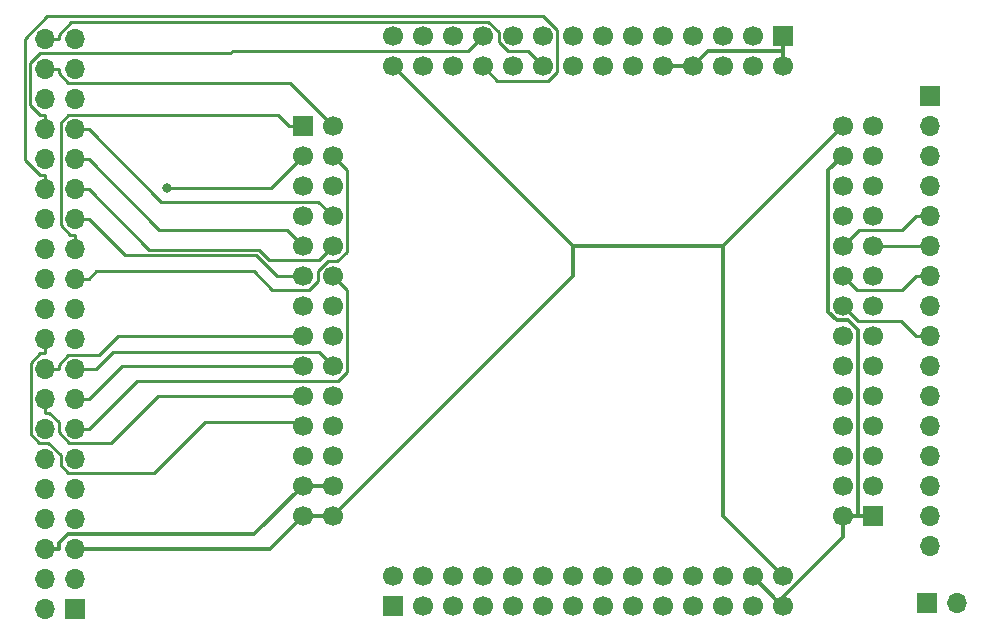
<source format=gbr>
%TF.GenerationSoftware,KiCad,Pcbnew,6.0.2+dfsg-1*%
%TF.CreationDate,2022-05-29T19:40:51-04:00*%
%TF.ProjectId,kim-ep2c5,6b696d2d-6570-4326-9335-2e6b69636164,rev?*%
%TF.SameCoordinates,Original*%
%TF.FileFunction,Copper,L1,Top*%
%TF.FilePolarity,Positive*%
%FSLAX46Y46*%
G04 Gerber Fmt 4.6, Leading zero omitted, Abs format (unit mm)*
G04 Created by KiCad (PCBNEW 6.0.2+dfsg-1) date 2022-05-29 19:40:51*
%MOMM*%
%LPD*%
G01*
G04 APERTURE LIST*
%TA.AperFunction,ComponentPad*%
%ADD10R,1.700000X1.700000*%
%TD*%
%TA.AperFunction,ComponentPad*%
%ADD11C,1.700000*%
%TD*%
%TA.AperFunction,ComponentPad*%
%ADD12O,1.700000X1.700000*%
%TD*%
%TA.AperFunction,ViaPad*%
%ADD13C,0.800000*%
%TD*%
%TA.AperFunction,Conductor*%
%ADD14C,0.350000*%
%TD*%
%TA.AperFunction,Conductor*%
%ADD15C,0.250000*%
%TD*%
G04 APERTURE END LIST*
D10*
%TO.P,U101,101,GND*%
%TO.N,GND*%
X121412000Y-119634000D03*
D11*
%TO.P,U101,102,GND*%
X121412000Y-117094000D03*
%TO.P,U101,103,73*%
%TO.N,unconnected-(U101-Pad103)*%
X123952000Y-119634000D03*
%TO.P,U101,104,74*%
%TO.N,unconnected-(U101-Pad104)*%
X123952000Y-117094000D03*
%TO.P,U101,105,75*%
%TO.N,unconnected-(U101-Pad105)*%
X126492000Y-119634000D03*
%TO.P,U101,106,76*%
%TO.N,unconnected-(U101-Pad106)*%
X126492000Y-117094000D03*
%TO.P,U101,107,79*%
%TO.N,unconnected-(U101-Pad107)*%
X129032000Y-119634000D03*
%TO.P,U101,108,80*%
%TO.N,unconnected-(U101-Pad108)*%
X129032000Y-117094000D03*
%TO.P,U101,109,81*%
%TO.N,unconnected-(U101-Pad109)*%
X131572000Y-119634000D03*
%TO.P,U101,110,86*%
%TO.N,unconnected-(U101-Pad110)*%
X131572000Y-117094000D03*
%TO.P,U101,111,87*%
%TO.N,unconnected-(U101-Pad111)*%
X134112000Y-119634000D03*
%TO.P,U101,112,88*%
%TO.N,unconnected-(U101-Pad112)*%
X134112000Y-117094000D03*
%TO.P,U101,113,89*%
%TO.N,unconnected-(U101-Pad113)*%
X136652000Y-119634000D03*
%TO.P,U101,114,90*%
%TO.N,unconnected-(U101-Pad114)*%
X136652000Y-117094000D03*
%TO.P,U101,115,91*%
%TO.N,unconnected-(U101-Pad115)*%
X139192000Y-119634000D03*
%TO.P,U101,116,92*%
%TO.N,unconnected-(U101-Pad116)*%
X139192000Y-117094000D03*
%TO.P,U101,117,93*%
%TO.N,unconnected-(U101-Pad117)*%
X141732000Y-119634000D03*
%TO.P,U101,118,94*%
%TO.N,unconnected-(U101-Pad118)*%
X141732000Y-117094000D03*
%TO.P,U101,119,96*%
%TO.N,unconnected-(U101-Pad119)*%
X144272000Y-119634000D03*
%TO.P,U101,120,97*%
%TO.N,unconnected-(U101-Pad120)*%
X144272000Y-117094000D03*
%TO.P,U101,121,99*%
%TO.N,KB_ROW_3*%
X146812000Y-119634000D03*
%TO.P,U101,122,100*%
%TO.N,unconnected-(U101-Pad122)*%
X146812000Y-117094000D03*
%TO.P,U101,123,101*%
%TO.N,unconnected-(U101-Pad123)*%
X149352000Y-119634000D03*
%TO.P,U101,124,103*%
%TO.N,unconnected-(U101-Pad124)*%
X149352000Y-117094000D03*
%TO.P,U101,125,104*%
%TO.N,unconnected-(U101-Pad125)*%
X151892000Y-119634000D03*
%TO.P,U101,126,GND*%
%TO.N,GND*%
X151892000Y-117094000D03*
%TO.P,U101,127,GND*%
X154432000Y-119634000D03*
%TO.P,U101,128,VCC*%
%TO.N,3V3*%
X154432000Y-117094000D03*
D10*
%TO.P,U101,201,GND*%
%TO.N,GND*%
X162052000Y-112014000D03*
D11*
%TO.P,U101,202,GND*%
X159512000Y-112014000D03*
%TO.P,U101,203,112*%
%TO.N,unconnected-(U101-Pad203)*%
X162052000Y-109474000D03*
%TO.P,U101,204,113*%
%TO.N,ENABLE_TTY*%
X159512000Y-109474000D03*
%TO.P,U101,205,114*%
%TO.N,unconnected-(U101-Pad205)*%
X162052000Y-106934000D03*
%TO.P,U101,206,115*%
%TO.N,unconnected-(U101-Pad206)*%
X159512000Y-106934000D03*
%TO.P,U101,207,118*%
%TO.N,unconnected-(U101-Pad207)*%
X162052000Y-104394000D03*
%TO.P,U101,208,119*%
%TO.N,unconnected-(U101-Pad208)*%
X159512000Y-104394000D03*
%TO.P,U101,209,120*%
%TO.N,PA_0*%
X162052000Y-101854000D03*
%TO.P,U101,210,121*%
%TO.N,PA_1*%
X159512000Y-101854000D03*
%TO.P,U101,211,122*%
%TO.N,PA_2*%
X162052000Y-99314000D03*
%TO.P,U101,212,125*%
%TO.N,PA_3*%
X159512000Y-99314000D03*
%TO.P,U101,213,126*%
%TO.N,PA_4*%
X162052000Y-96774000D03*
%TO.P,U101,214,129*%
%TO.N,PA_5*%
X159512000Y-96774000D03*
%TO.P,U101,215,132*%
%TO.N,PA_6*%
X162052000Y-94234000D03*
%TO.P,U101,216,133*%
%TO.N,PA_7*%
X159512000Y-94234000D03*
%TO.P,U101,217,134*%
%TO.N,PB_0*%
X162052000Y-91694000D03*
%TO.P,U101,218,135*%
%TO.N,PB_1*%
X159512000Y-91694000D03*
%TO.P,U101,219,136*%
%TO.N,PB_2*%
X162052000Y-89154000D03*
%TO.P,U101,220,137*%
%TO.N,PB_3*%
X159512000Y-89154000D03*
%TO.P,U101,221,139*%
%TO.N,PB_4*%
X162052000Y-86614000D03*
%TO.P,U101,222,141*%
%TO.N,PB_5*%
X159512000Y-86614000D03*
%TO.P,U101,223,142*%
%TO.N,PB_6*%
X162052000Y-84074000D03*
%TO.P,U101,224,143*%
%TO.N,PB_7*%
X159512000Y-84074000D03*
%TO.P,U101,225,???*%
%TO.N,unconnected-(U101-Pad225)*%
X162052000Y-81534000D03*
%TO.P,U101,226,GND*%
%TO.N,GND*%
X159512000Y-81534000D03*
%TO.P,U101,227,GND*%
X162052000Y-78994000D03*
%TO.P,U101,228,VCC*%
%TO.N,3V3*%
X159512000Y-78994000D03*
D10*
%TO.P,U101,301,GND*%
%TO.N,GND*%
X154432000Y-71374000D03*
D11*
%TO.P,U101,302,GND*%
X154432000Y-73914000D03*
%TO.P,U101,303,3*%
%TO.N,unconnected-(U101-Pad303)*%
X151892000Y-71374000D03*
%TO.P,U101,304,4*%
%TO.N,unconnected-(U101-Pad304)*%
X151892000Y-73914000D03*
%TO.P,U101,305,7*%
%TO.N,unconnected-(U101-Pad305)*%
X149352000Y-71374000D03*
%TO.P,U101,306,8*%
%TO.N,unconnected-(U101-Pad306)*%
X149352000Y-73914000D03*
%TO.P,U101,307,9*%
%TO.N,unconnected-(U101-Pad307)*%
X146812000Y-71374000D03*
%TO.P,U101,308,GND*%
%TO.N,GND*%
X146812000Y-73914000D03*
%TO.P,U101,309,GND*%
X144272000Y-71374000D03*
%TO.P,U101,310,GND*%
X144272000Y-73914000D03*
%TO.P,U101,311,17*%
%TO.N,unconnected-(U101-Pad311)*%
X141732000Y-71374000D03*
%TO.P,U101,312,18*%
%TO.N,unconnected-(U101-Pad312)*%
X141732000Y-73914000D03*
%TO.P,U101,313,22*%
%TO.N,unconnected-(U101-Pad313)*%
X139192000Y-71374000D03*
%TO.P,U101,314,21*%
%TO.N,unconnected-(U101-Pad314)*%
X139192000Y-73914000D03*
%TO.P,U101,315,25*%
%TO.N,LED_SEG_2*%
X136652000Y-71374000D03*
%TO.P,U101,316,24*%
%TO.N,unconnected-(U101-Pad316)*%
X136652000Y-73914000D03*
%TO.P,U101,317,27*%
%TO.N,unconnected-(U101-Pad317)*%
X134112000Y-71374000D03*
%TO.P,U101,318,26*%
%TO.N,LED_SEG_0*%
X134112000Y-73914000D03*
%TO.P,U101,319,VCC1.2*%
%TO.N,unconnected-(U101-Pad319)*%
X131572000Y-71374000D03*
%TO.P,U101,320,VCC1.2*%
%TO.N,unconnected-(U101-Pad320)*%
X131572000Y-73914000D03*
%TO.P,U101,321,30*%
%TO.N,LED_SEG_3*%
X129032000Y-71374000D03*
%TO.P,U101,322,28*%
%TO.N,LED_SEG_5*%
X129032000Y-73914000D03*
%TO.P,U101,323,32*%
%TO.N,LED_SEG_4*%
X126492000Y-71374000D03*
%TO.P,U101,324,31*%
%TO.N,LED_SEG_6*%
X126492000Y-73914000D03*
%TO.P,U101,325,GND*%
%TO.N,GND*%
X123952000Y-71374000D03*
%TO.P,U101,326,GND*%
X123952000Y-73914000D03*
%TO.P,U101,327,VCC*%
%TO.N,3V3*%
X121412000Y-71374000D03*
%TO.P,U101,328,VCC*%
X121412000Y-73914000D03*
D10*
%TO.P,U101,401,40*%
%TO.N,KB_ROW_0*%
X113792000Y-78994000D03*
D11*
%TO.P,U101,402,41*%
%TO.N,LED_SEG_1*%
X116332000Y-78994000D03*
%TO.P,U101,403,42*%
%TO.N,KB_ROW_2*%
X113792000Y-81534000D03*
%TO.P,U101,404,43*%
%TO.N,KB_ROW_1*%
X116332000Y-81534000D03*
%TO.P,U101,405,44*%
%TO.N,KB_COL_0*%
X113792000Y-84074000D03*
%TO.P,U101,406,45*%
%TO.N,KB_COL_1*%
X116332000Y-84074000D03*
%TO.P,U101,407,47*%
%TO.N,KB_COL_2*%
X113792000Y-86614000D03*
%TO.P,U101,408,48*%
%TO.N,KB_COL_3*%
X116332000Y-86614000D03*
%TO.P,U101,409,51*%
%TO.N,KB_COL_4*%
X113792000Y-89154000D03*
%TO.P,U101,410,52*%
%TO.N,KB_COL_5*%
X116332000Y-89154000D03*
%TO.P,U101,411,53*%
%TO.N,KB_COL_6*%
X113792000Y-91694000D03*
%TO.P,U101,412,55*%
%TO.N,SST_KEY*%
X116332000Y-91694000D03*
%TO.P,U101,413,57*%
%TO.N,unconnected-(U101-Pad413)*%
X113792000Y-94234000D03*
%TO.P,U101,414,58*%
%TO.N,unconnected-(U101-Pad414)*%
X116332000Y-94234000D03*
%TO.P,U101,415,59*%
%TO.N,LED_DIG_5*%
X113792000Y-96774000D03*
%TO.P,U101,416,60*%
%TO.N,unconnected-(U101-Pad416)*%
X116332000Y-96774000D03*
%TO.P,U101,417,63*%
%TO.N,ST_KEY*%
X113792000Y-99314000D03*
%TO.P,U101,418,64*%
%TO.N,RS_KEY*%
X116332000Y-99314000D03*
%TO.P,U101,419,65*%
%TO.N,LED_DIG_4*%
X113792000Y-101854000D03*
%TO.P,U101,420,67*%
%TO.N,unconnected-(U101-Pad420)*%
X116332000Y-101854000D03*
%TO.P,U101,421,69*%
%TO.N,LED_DIG_6*%
X113792000Y-104394000D03*
%TO.P,U101,422,70*%
%TO.N,LED_DIG_7*%
X116332000Y-104394000D03*
%TO.P,U101,423,71*%
%TO.N,LED_DIG_8*%
X113792000Y-106934000D03*
%TO.P,U101,424,72*%
%TO.N,LED_DIG_9*%
X116332000Y-106934000D03*
%TO.P,U101,425,GND*%
%TO.N,GND*%
X113792000Y-109474000D03*
%TO.P,U101,426,GND*%
X116332000Y-109474000D03*
%TO.P,U101,427,VCC*%
%TO.N,3V3*%
X113792000Y-112014000D03*
%TO.P,U101,428,VCC*%
X116332000Y-112014000D03*
%TD*%
D10*
%TO.P,J101,1,Pin_1*%
%TO.N,3V3*%
X94488000Y-119888000D03*
D12*
%TO.P,J101,2,Pin_2*%
%TO.N,GND*%
X91948000Y-119888000D03*
%TO.P,J101,3,Pin_3*%
%TO.N,3V3*%
X94488000Y-117348000D03*
%TO.P,J101,4,Pin_4*%
%TO.N,GND*%
X91948000Y-117348000D03*
%TO.P,J101,5,Pin_5*%
%TO.N,3V3*%
X94488000Y-114808000D03*
%TO.P,J101,6,Pin_6*%
%TO.N,GND*%
X91948000Y-114808000D03*
%TO.P,J101,7,Pin_7*%
%TO.N,SPARE1*%
X94488000Y-112268000D03*
%TO.P,J101,8,Pin_8*%
%TO.N,SPARE5*%
X91948000Y-112268000D03*
%TO.P,J101,9,Pin_9*%
%TO.N,SPARE2*%
X94488000Y-109728000D03*
%TO.P,J101,10,Pin_10*%
%TO.N,SPARE6*%
X91948000Y-109728000D03*
%TO.P,J101,11,Pin_11*%
%TO.N,SPARE3*%
X94488000Y-107188000D03*
%TO.P,J101,12,Pin_12*%
%TO.N,SPARE7*%
X91948000Y-107188000D03*
%TO.P,J101,13,Pin_13*%
%TO.N,SST_KEY*%
X94488000Y-104648000D03*
%TO.P,J101,14,Pin_14*%
%TO.N,EXP_RAM*%
X91948000Y-104648000D03*
%TO.P,J101,15,Pin_15*%
%TO.N,ST_KEY*%
X94488000Y-102108000D03*
%TO.P,J101,16,Pin_16*%
%TO.N,LED_DIG_4*%
X91948000Y-102108000D03*
%TO.P,J101,17,Pin_17*%
%TO.N,RS_KEY*%
X94488000Y-99568000D03*
%TO.P,J101,18,Pin_18*%
%TO.N,LED_DIG_5*%
X91948000Y-99568000D03*
%TO.P,J101,19,Pin_19*%
%TO.N,ENABLE_TTY*%
X94488000Y-97028000D03*
%TO.P,J101,20,Pin_20*%
%TO.N,LED_DIG_6*%
X91948000Y-97028000D03*
%TO.P,J101,21,Pin_21*%
%TO.N,KB_ROW_2*%
X94488000Y-94488000D03*
%TO.P,J101,22,Pin_22*%
%TO.N,LED_DIG_7*%
X91948000Y-94488000D03*
%TO.P,J101,23,Pin_23*%
%TO.N,KB_ROW_1*%
X94488000Y-91948000D03*
%TO.P,J101,24,Pin_24*%
%TO.N,LED_DIG_8*%
X91948000Y-91948000D03*
%TO.P,J101,25,Pin_25*%
%TO.N,KB_ROW_0*%
X94488000Y-89408000D03*
%TO.P,J101,26,Pin_26*%
%TO.N,LED_DIG_9*%
X91948000Y-89408000D03*
%TO.P,J101,27,Pin_27*%
%TO.N,KB_COL_6*%
X94488000Y-86868000D03*
%TO.P,J101,28,Pin_28*%
%TO.N,LED_SEG_6*%
X91948000Y-86868000D03*
%TO.P,J101,29,Pin_29*%
%TO.N,KB_COL_5*%
X94488000Y-84328000D03*
%TO.P,J101,30,Pin_30*%
%TO.N,LED_SEG_5*%
X91948000Y-84328000D03*
%TO.P,J101,31,Pin_31*%
%TO.N,KB_COL_4*%
X94488000Y-81788000D03*
%TO.P,J101,32,Pin_32*%
%TO.N,LED_SEG_4*%
X91948000Y-81788000D03*
%TO.P,J101,33,Pin_33*%
%TO.N,KB_COL_3*%
X94488000Y-79248000D03*
%TO.P,J101,34,Pin_34*%
%TO.N,LED_SEG_3*%
X91948000Y-79248000D03*
%TO.P,J101,35,Pin_35*%
%TO.N,KB_COL_2*%
X94488000Y-76708000D03*
%TO.P,J101,36,Pin_36*%
%TO.N,LED_SEG_2*%
X91948000Y-76708000D03*
%TO.P,J101,37,Pin_37*%
%TO.N,KB_COL_1*%
X94488000Y-74168000D03*
%TO.P,J101,38,Pin_38*%
%TO.N,LED_SEG_1*%
X91948000Y-74168000D03*
%TO.P,J101,39,Pin_39*%
%TO.N,KB_COL_0*%
X94488000Y-71628000D03*
%TO.P,J101,40,Pin_40*%
%TO.N,LED_SEG_0*%
X91948000Y-71628000D03*
%TD*%
D10*
%TO.P,J102,1,Pin_1*%
%TO.N,PB_7*%
X166878000Y-76454000D03*
D12*
%TO.P,J102,2,Pin_2*%
%TO.N,PB_6*%
X166878000Y-78994000D03*
%TO.P,J102,3,Pin_3*%
%TO.N,PB_5*%
X166878000Y-81534000D03*
%TO.P,J102,4,Pin_4*%
%TO.N,PB_4*%
X166878000Y-84074000D03*
%TO.P,J102,5,Pin_5*%
%TO.N,PB_3*%
X166878000Y-86614000D03*
%TO.P,J102,6,Pin_6*%
%TO.N,PB_2*%
X166878000Y-89154000D03*
%TO.P,J102,7,Pin_7*%
%TO.N,PB_1*%
X166878000Y-91694000D03*
%TO.P,J102,8,Pin_8*%
%TO.N,PB_0*%
X166878000Y-94234000D03*
%TO.P,J102,9,Pin_9*%
%TO.N,PA_7*%
X166878000Y-96774000D03*
%TO.P,J102,10,Pin_10*%
%TO.N,PA_6*%
X166878000Y-99314000D03*
%TO.P,J102,11,Pin_11*%
%TO.N,PA_5*%
X166878000Y-101854000D03*
%TO.P,J102,12,Pin_12*%
%TO.N,PA_4*%
X166878000Y-104394000D03*
%TO.P,J102,13,Pin_13*%
%TO.N,PA_3*%
X166878000Y-106934000D03*
%TO.P,J102,14,Pin_14*%
%TO.N,PA_2*%
X166878000Y-109474000D03*
%TO.P,J102,15,Pin_15*%
%TO.N,PA_1*%
X166878000Y-112014000D03*
%TO.P,J102,16,Pin_16*%
%TO.N,PA_0*%
X166878000Y-114554000D03*
%TD*%
D10*
%TO.P,J103,1,Pin_1*%
%TO.N,TTYO*%
X166619000Y-119380000D03*
D12*
%TO.P,J103,2,Pin_2*%
%TO.N,TTYIN*%
X169159000Y-119380000D03*
%TD*%
D13*
%TO.N,KB_ROW_2*%
X102311500Y-84233300D03*
%TD*%
D14*
%TO.N,GND*%
X91948000Y-114808000D02*
X93173300Y-114808000D01*
X154432000Y-119634000D02*
X154072200Y-119274200D01*
X154072200Y-119274200D02*
X151892000Y-117094000D01*
X159512000Y-113834400D02*
X159512000Y-112014000D01*
X154072200Y-119274200D02*
X159512000Y-113834400D01*
X162052000Y-112014000D02*
X160826700Y-112014000D01*
X160782000Y-96261300D02*
X160782000Y-112014000D01*
X159980100Y-95459400D02*
X160782000Y-96261300D01*
X159002200Y-95459400D02*
X159980100Y-95459400D01*
X158286600Y-94743800D02*
X159002200Y-95459400D01*
X158286600Y-82759400D02*
X158286600Y-94743800D01*
X159512000Y-81534000D02*
X158286600Y-82759400D01*
X159512000Y-112014000D02*
X160782000Y-112014000D01*
X160782000Y-112014000D02*
X160826700Y-112014000D01*
X109683300Y-113582700D02*
X113792000Y-109474000D01*
X93939000Y-113582700D02*
X109683300Y-113582700D01*
X93173300Y-114348400D02*
X93939000Y-113582700D01*
X93173300Y-114808000D02*
X93173300Y-114348400D01*
X113792000Y-109474000D02*
X116332000Y-109474000D01*
X154432000Y-73914000D02*
X154432000Y-72644000D01*
X154432000Y-72644000D02*
X154432000Y-71374000D01*
X144272000Y-73914000D02*
X146812000Y-73914000D01*
X148082000Y-72644000D02*
X154432000Y-72644000D01*
X146812000Y-73914000D02*
X148082000Y-72644000D01*
%TO.N,3V3*%
X110998000Y-114808000D02*
X113792000Y-112014000D01*
X94488000Y-114808000D02*
X110998000Y-114808000D01*
X113792000Y-112014000D02*
X116332000Y-112014000D01*
X136652000Y-91694000D02*
X136652000Y-89154000D01*
X116332000Y-112014000D02*
X136652000Y-91694000D01*
X121412000Y-73914000D02*
X136652000Y-89154000D01*
X149352000Y-112014000D02*
X154432000Y-117094000D01*
X149352000Y-89154000D02*
X149352000Y-112014000D01*
X136652000Y-89154000D02*
X149352000Y-89154000D01*
X149352000Y-89154000D02*
X159512000Y-78994000D01*
D15*
%TO.N,SST_KEY*%
X117519600Y-92881600D02*
X116332000Y-91694000D01*
X117519600Y-99817100D02*
X117519600Y-92881600D01*
X116752700Y-100584000D02*
X117519600Y-99817100D01*
X99727300Y-100584000D02*
X116752700Y-100584000D01*
X95663300Y-104648000D02*
X99727300Y-100584000D01*
X94488000Y-104648000D02*
X95663300Y-104648000D01*
%TO.N,LED_DIG_6*%
X113450800Y-104052800D02*
X113792000Y-104394000D01*
X105540700Y-104052800D02*
X113450800Y-104052800D01*
X101228600Y-108364900D02*
X105540700Y-104052800D01*
X93963900Y-108364900D02*
X101228600Y-108364900D01*
X93312600Y-107713600D02*
X93963900Y-108364900D01*
X93312600Y-106888400D02*
X93312600Y-107713600D01*
X92247600Y-105823400D02*
X93312600Y-106888400D01*
X91454800Y-105823400D02*
X92247600Y-105823400D01*
X90753200Y-105121800D02*
X91454800Y-105823400D01*
X90753200Y-99030800D02*
X90753200Y-105121800D01*
X91580700Y-98203300D02*
X90753200Y-99030800D01*
X91948000Y-98203300D02*
X91580700Y-98203300D01*
X91948000Y-97028000D02*
X91948000Y-98203300D01*
%TO.N,LED_DIG_4*%
X91948000Y-102108000D02*
X91948000Y-103283300D01*
X101558400Y-101854000D02*
X113792000Y-101854000D01*
X97581600Y-105830800D02*
X101558400Y-101854000D01*
X94006000Y-105830800D02*
X97581600Y-105830800D01*
X93123300Y-104948100D02*
X94006000Y-105830800D01*
X93123300Y-104091200D02*
X93123300Y-104948100D01*
X92315400Y-103283300D02*
X93123300Y-104091200D01*
X91948000Y-103283300D02*
X92315400Y-103283300D01*
%TO.N,RS_KEY*%
X94488000Y-99568000D02*
X95663300Y-99568000D01*
X115141400Y-98123400D02*
X116332000Y-99314000D01*
X97744700Y-98123400D02*
X115141400Y-98123400D01*
X96300100Y-99568000D02*
X97744700Y-98123400D01*
X95663300Y-99568000D02*
X96300100Y-99568000D01*
%TO.N,ST_KEY*%
X98457300Y-99314000D02*
X113792000Y-99314000D01*
X95663300Y-102108000D02*
X98457300Y-99314000D01*
X94488000Y-102108000D02*
X95663300Y-102108000D01*
%TO.N,KB_COL_6*%
X94488000Y-86868000D02*
X95663300Y-86868000D01*
X98712900Y-89917600D02*
X95663300Y-86868000D01*
X109869200Y-89917600D02*
X98712900Y-89917600D01*
X111645600Y-91694000D02*
X109869200Y-89917600D01*
X113792000Y-91694000D02*
X111645600Y-91694000D01*
%TO.N,KB_COL_5*%
X94488000Y-84328000D02*
X95663300Y-84328000D01*
X100802600Y-89467300D02*
X95663300Y-84328000D01*
X110055800Y-89467300D02*
X100802600Y-89467300D01*
X110933100Y-90344600D02*
X110055800Y-89467300D01*
X115141400Y-90344600D02*
X110933100Y-90344600D01*
X116332000Y-89154000D02*
X115141400Y-90344600D01*
%TO.N,KB_COL_4*%
X112427400Y-87789400D02*
X113792000Y-89154000D01*
X101664700Y-87789400D02*
X112427400Y-87789400D01*
X95663300Y-81788000D02*
X101664700Y-87789400D01*
X94488000Y-81788000D02*
X95663300Y-81788000D01*
%TO.N,KB_COL_3*%
X94488000Y-79248000D02*
X95663300Y-79248000D01*
X101824300Y-85409000D02*
X95663300Y-79248000D01*
X115127000Y-85409000D02*
X101824300Y-85409000D01*
X116332000Y-86614000D02*
X115127000Y-85409000D01*
%TO.N,KB_ROW_1*%
X117514300Y-82716300D02*
X116332000Y-81534000D01*
X117514300Y-89634100D02*
X117514300Y-82716300D01*
X116724400Y-90424000D02*
X117514300Y-89634100D01*
X115934100Y-90424000D02*
X116724400Y-90424000D01*
X115062000Y-91296100D02*
X115934100Y-90424000D01*
X115062000Y-92125000D02*
X115062000Y-91296100D01*
X114312000Y-92875000D02*
X115062000Y-92125000D01*
X111196300Y-92875000D02*
X114312000Y-92875000D01*
X109634000Y-91312700D02*
X111196300Y-92875000D01*
X96298600Y-91312700D02*
X109634000Y-91312700D01*
X95663300Y-91948000D02*
X96298600Y-91312700D01*
X94488000Y-91948000D02*
X95663300Y-91948000D01*
%TO.N,KB_ROW_2*%
X111092700Y-84233300D02*
X102311500Y-84233300D01*
X113792000Y-81534000D02*
X111092700Y-84233300D01*
%TO.N,LED_SEG_1*%
X112681300Y-75343300D02*
X116332000Y-78994000D01*
X93931200Y-75343300D02*
X112681300Y-75343300D01*
X93123300Y-74535400D02*
X93931200Y-75343300D01*
X93123300Y-74168000D02*
X93123300Y-74535400D01*
X91948000Y-74168000D02*
X93123300Y-74168000D01*
%TO.N,KB_ROW_0*%
X111693700Y-78071000D02*
X112616700Y-78994000D01*
X93964000Y-78071000D02*
X111693700Y-78071000D01*
X93312600Y-78722400D02*
X93964000Y-78071000D01*
X93312600Y-87424600D02*
X93312600Y-78722400D01*
X94120700Y-88232700D02*
X93312600Y-87424600D01*
X94488000Y-88232700D02*
X94120700Y-88232700D01*
X94488000Y-89408000D02*
X94488000Y-88232700D01*
X113792000Y-78994000D02*
X112616700Y-78994000D01*
%TO.N,LED_SEG_5*%
X130285400Y-75167400D02*
X129032000Y-73914000D01*
X134537200Y-75167400D02*
X130285400Y-75167400D01*
X135303900Y-74400700D02*
X134537200Y-75167400D01*
X135303900Y-70896700D02*
X135303900Y-74400700D01*
X134133000Y-69725800D02*
X135303900Y-70896700D01*
X92183200Y-69725800D02*
X134133000Y-69725800D01*
X90286200Y-71622800D02*
X92183200Y-69725800D01*
X90286200Y-81858200D02*
X90286200Y-71622800D01*
X91580700Y-83152700D02*
X90286200Y-81858200D01*
X91948000Y-83152700D02*
X91580700Y-83152700D01*
X91948000Y-84328000D02*
X91948000Y-83152700D01*
%TO.N,LED_SEG_3*%
X127762000Y-72644000D02*
X129032000Y-71374000D01*
X107851700Y-72644000D02*
X127762000Y-72644000D01*
X107628200Y-72867500D02*
X107851700Y-72644000D01*
X91571000Y-72867500D02*
X107628200Y-72867500D01*
X90736600Y-73701900D02*
X91571000Y-72867500D01*
X90736600Y-77228600D02*
X90736600Y-73701900D01*
X91580700Y-78072700D02*
X90736600Y-77228600D01*
X91948000Y-78072700D02*
X91580700Y-78072700D01*
X91948000Y-79248000D02*
X91948000Y-78072700D01*
%TO.N,LED_SEG_0*%
X132842000Y-72644000D02*
X134112000Y-73914000D01*
X131141000Y-72644000D02*
X132842000Y-72644000D01*
X130396600Y-71899600D02*
X131141000Y-72644000D01*
X130396600Y-71073800D02*
X130396600Y-71899600D01*
X129499000Y-70176200D02*
X130396600Y-71073800D01*
X94207800Y-70176200D02*
X129499000Y-70176200D01*
X93123300Y-71260700D02*
X94207800Y-70176200D01*
X93123300Y-71628000D02*
X93123300Y-71260700D01*
X91948000Y-71628000D02*
X93123300Y-71628000D01*
%TO.N,PB_3*%
X160876700Y-87789300D02*
X159512000Y-89154000D01*
X164527400Y-87789300D02*
X160876700Y-87789300D01*
X165702700Y-86614000D02*
X164527400Y-87789300D01*
X166878000Y-86614000D02*
X165702700Y-86614000D01*
%TO.N,PB_2*%
X166878000Y-89154000D02*
X162052000Y-89154000D01*
%TO.N,PB_1*%
X160702600Y-92884600D02*
X159512000Y-91694000D01*
X164512100Y-92884600D02*
X160702600Y-92884600D01*
X165702700Y-91694000D02*
X164512100Y-92884600D01*
X166878000Y-91694000D02*
X165702700Y-91694000D01*
%TO.N,PA_7*%
X166878000Y-96774000D02*
X165702700Y-96774000D01*
X160825700Y-95547700D02*
X159512000Y-94234000D01*
X164476400Y-95547700D02*
X160825700Y-95547700D01*
X165702700Y-96774000D02*
X164476400Y-95547700D01*
%TO.N,LED_DIG_5*%
X98139000Y-96774000D02*
X113792000Y-96774000D01*
X96520300Y-98392700D02*
X98139000Y-96774000D01*
X93931200Y-98392700D02*
X96520300Y-98392700D01*
X93123300Y-99200600D02*
X93931200Y-98392700D01*
X93123300Y-99568000D02*
X93123300Y-99200600D01*
X91948000Y-99568000D02*
X93123300Y-99568000D01*
%TD*%
M02*

</source>
